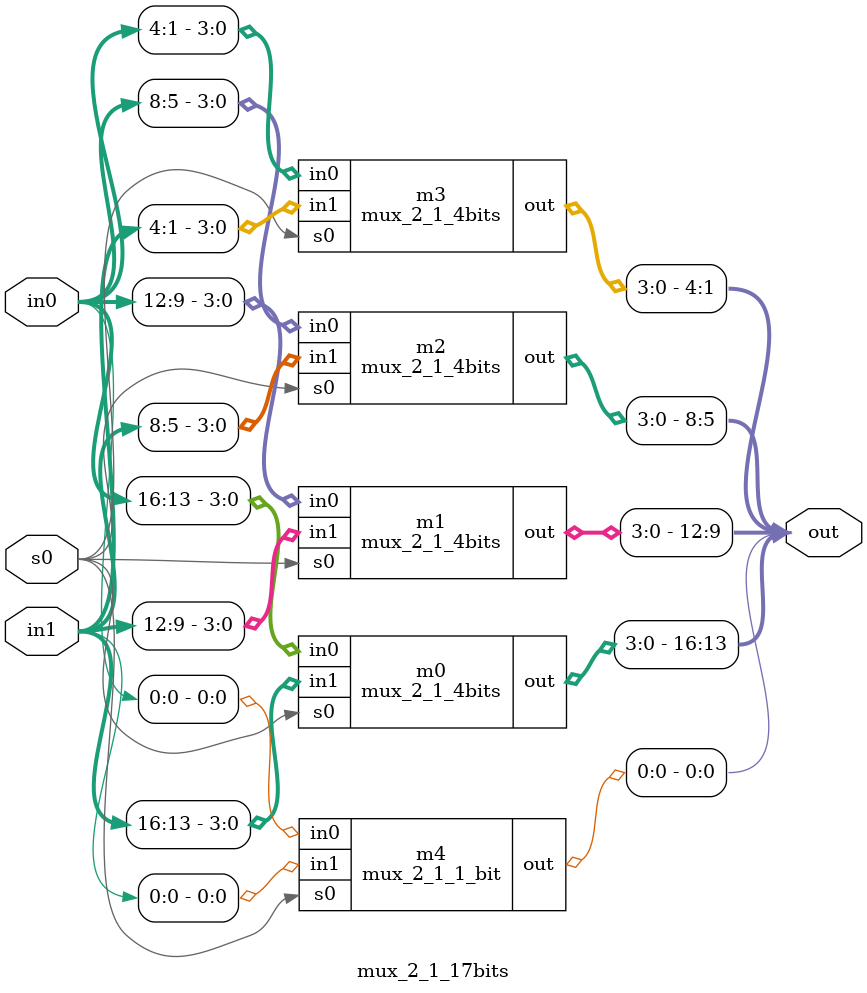
<source format=v>
module mux_2_1_1_bit(s0,in0,in1,out);
	input in0,in1;
	input s0;
	output out;
	
	assign out =((in0 & ~s0) | 
					(in1 & s0));
endmodule

module mux_8_1_1_bit(s0,s1,s2,in0,in1,in2,in3,in4,in5,in6,in7,out);
	input in0,in1,in2,in3,in4,in5,in6,in7;
	input s0,s1,s2;
	output out;
	
	assign out =((in0 & ~s0 & ~s1 & ~s2) | 
					(in1 & ~s0 & ~s1 & s2) | 
					(in2 & ~s0 & s1 & ~s2) | 
					(in3 & ~s0 & s1 & s2) | 
					(in4 & s0 & ~s1 & ~s2) | 
					(in5 & s0 & ~s1 & s2) | 
					(in6 & s0 & s1 & ~s2) | 
					(in7 & s0 & s1 & s2));
endmodule

module mux_8_1_4_bits(s0,s1,s2,in0,in1,in2,in3,in4,in5,in6,in7,out);
	input [3:0]in0,in1,in2,in3,in4,in5,in6,in7;
	input s0,s1,s2;
	output [3:0]out;
	
	mux_8_1_1_bit m0(s0,s1,s2,in0[0],in1[0],in2[0],in3[0],in4[0],in5[0],in6[0],in7[0],out[0]);
	mux_8_1_1_bit m1(s0,s1,s2,in0[1],in1[1],in2[1],in3[1],in4[1],in5[1],in6[1],in7[1],out[1]);
	mux_8_1_1_bit m2(s0,s1,s2,in0[2],in1[2],in2[2],in3[2],in4[2],in5[2],in6[2],in7[2],out[2]);
	mux_8_1_1_bit m3(s0,s1,s2,in0[3],in1[3],in2[3],in3[3],in4[3],in5[3],in6[3],in7[3],out[3]);

endmodule

module mux_2_1_2_bits(s0,in0,in1,out);
	input [1:0]in0,in1;
	input s0;
	output [1:0]out;
	
	mux_2_1_1_bit m0(s0,in0[0],in1[0],out[0]);
	mux_2_1_1_bit m1(s0,in0[1],in1[1],out[1]);
	
endmodule

module mux_2_1_4bits(s0,in0,in1,out);
	input [3:0]in0,in1;
	input s0;
	output [3:0]out;
	
	mux_2_1_1_bit m0(s0,in0[0],in1[0],out[0]);
	mux_2_1_1_bit m1(s0,in0[1],in1[1],out[1]);
	mux_2_1_1_bit m2(s0,in0[2],in1[2],out[2]);
	mux_2_1_1_bit m3(s0,in0[3],in1[3],out[3]);
	
endmodule

module mux_2_1_17bits(s0,in0,in1,out);
	input [16:0]in0,in1;
	input s0;
	output [16:0]out;
	
	mux_2_1_4bits m0(s0,in0[16:13],in1[16:13],out[16:13]);
	mux_2_1_4bits m1(s0,in0[12:9],in1[12:9],out[12:9]);
	mux_2_1_4bits m2(s0,in0[8:5],in1[8:5],out[8:5]);
	mux_2_1_4bits m3(s0,in0[4:1],in1[4:1],out[4:1]);
	mux_2_1_1_bit m4(s0,in0[0],in1[0],out[0]);
	
endmodule
</source>
